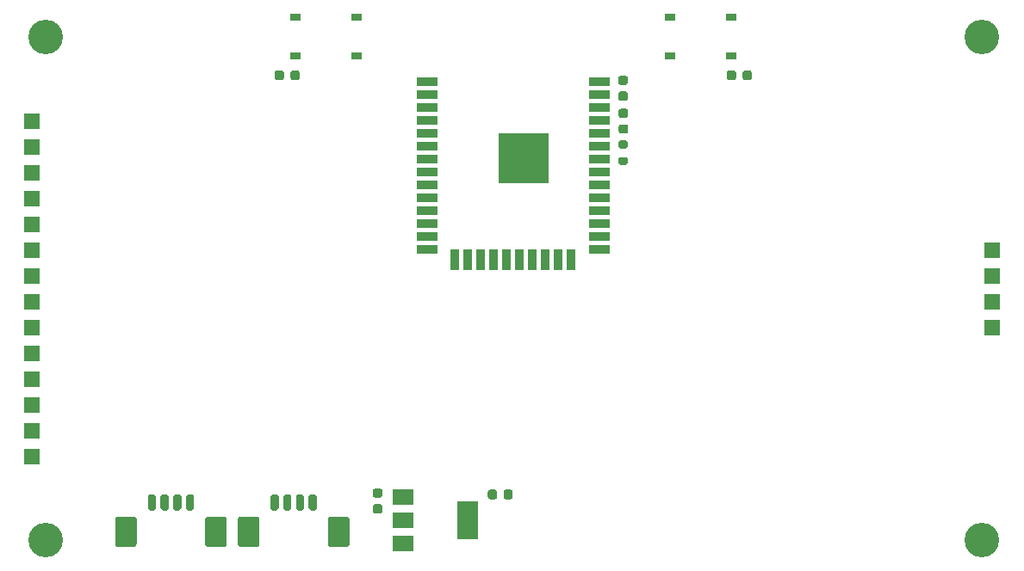
<source format=gbr>
%TF.GenerationSoftware,KiCad,Pcbnew,(5.1.12)-1*%
%TF.CreationDate,2022-08-08T15:47:42+09:00*%
%TF.ProjectId,LCD_module,4c43445f-6d6f-4647-956c-652e6b696361,rev?*%
%TF.SameCoordinates,Original*%
%TF.FileFunction,Soldermask,Bot*%
%TF.FilePolarity,Negative*%
%FSLAX46Y46*%
G04 Gerber Fmt 4.6, Leading zero omitted, Abs format (unit mm)*
G04 Created by KiCad (PCBNEW (5.1.12)-1) date 2022-08-08 15:47:42*
%MOMM*%
%LPD*%
G01*
G04 APERTURE LIST*
%ADD10R,1.000000X0.750000*%
%ADD11R,5.000000X5.000000*%
%ADD12R,2.000000X0.900000*%
%ADD13R,0.900000X2.000000*%
%ADD14R,2.000000X3.800000*%
%ADD15R,2.000000X1.500000*%
%ADD16C,3.400000*%
%ADD17R,1.500000X1.500000*%
G04 APERTURE END LIST*
%TO.C,C1*%
G36*
G01*
X138180000Y-106725000D02*
X138680000Y-106725000D01*
G75*
G02*
X138905000Y-106950000I0J-225000D01*
G01*
X138905000Y-107400000D01*
G75*
G02*
X138680000Y-107625000I-225000J0D01*
G01*
X138180000Y-107625000D01*
G75*
G02*
X137955000Y-107400000I0J225000D01*
G01*
X137955000Y-106950000D01*
G75*
G02*
X138180000Y-106725000I225000J0D01*
G01*
G37*
G36*
G01*
X138180000Y-108275000D02*
X138680000Y-108275000D01*
G75*
G02*
X138905000Y-108500000I0J-225000D01*
G01*
X138905000Y-108950000D01*
G75*
G02*
X138680000Y-109175000I-225000J0D01*
G01*
X138180000Y-109175000D01*
G75*
G02*
X137955000Y-108950000I0J225000D01*
G01*
X137955000Y-108500000D01*
G75*
G02*
X138180000Y-108275000I225000J0D01*
G01*
G37*
%TD*%
%TO.C,C2*%
G36*
G01*
X162839999Y-70229999D02*
X162339999Y-70229999D01*
G75*
G02*
X162114999Y-70004999I0J225000D01*
G01*
X162114999Y-69554999D01*
G75*
G02*
X162339999Y-69329999I225000J0D01*
G01*
X162839999Y-69329999D01*
G75*
G02*
X163064999Y-69554999I0J-225000D01*
G01*
X163064999Y-70004999D01*
G75*
G02*
X162839999Y-70229999I-225000J0D01*
G01*
G37*
G36*
G01*
X162839999Y-71779999D02*
X162339999Y-71779999D01*
G75*
G02*
X162114999Y-71554999I0J225000D01*
G01*
X162114999Y-71104999D01*
G75*
G02*
X162339999Y-70879999I225000J0D01*
G01*
X162839999Y-70879999D01*
G75*
G02*
X163064999Y-71104999I0J-225000D01*
G01*
X163064999Y-71554999D01*
G75*
G02*
X162839999Y-71779999I-225000J0D01*
G01*
G37*
%TD*%
%TO.C,C3*%
G36*
G01*
X162810000Y-68535000D02*
X162310000Y-68535000D01*
G75*
G02*
X162085000Y-68310000I0J225000D01*
G01*
X162085000Y-67860000D01*
G75*
G02*
X162310000Y-67635000I225000J0D01*
G01*
X162810000Y-67635000D01*
G75*
G02*
X163035000Y-67860000I0J-225000D01*
G01*
X163035000Y-68310000D01*
G75*
G02*
X162810000Y-68535000I-225000J0D01*
G01*
G37*
G36*
G01*
X162810000Y-66985000D02*
X162310000Y-66985000D01*
G75*
G02*
X162085000Y-66760000I0J225000D01*
G01*
X162085000Y-66310000D01*
G75*
G02*
X162310000Y-66085000I225000J0D01*
G01*
X162810000Y-66085000D01*
G75*
G02*
X163035000Y-66310000I0J-225000D01*
G01*
X163035000Y-66760000D01*
G75*
G02*
X162810000Y-66985000I-225000J0D01*
G01*
G37*
%TD*%
%TO.C,C4*%
G36*
G01*
X150820000Y-107565000D02*
X150820000Y-107065000D01*
G75*
G02*
X151045000Y-106840000I225000J0D01*
G01*
X151495000Y-106840000D01*
G75*
G02*
X151720000Y-107065000I0J-225000D01*
G01*
X151720000Y-107565000D01*
G75*
G02*
X151495000Y-107790000I-225000J0D01*
G01*
X151045000Y-107790000D01*
G75*
G02*
X150820000Y-107565000I0J225000D01*
G01*
G37*
G36*
G01*
X149270000Y-107565000D02*
X149270000Y-107065000D01*
G75*
G02*
X149495000Y-106840000I225000J0D01*
G01*
X149945000Y-106840000D01*
G75*
G02*
X150170000Y-107065000I0J-225000D01*
G01*
X150170000Y-107565000D01*
G75*
G02*
X149945000Y-107790000I-225000J0D01*
G01*
X149495000Y-107790000D01*
G75*
G02*
X149270000Y-107565000I0J225000D01*
G01*
G37*
%TD*%
%TO.C,C5*%
G36*
G01*
X129215000Y-65790000D02*
X129215000Y-66290000D01*
G75*
G02*
X128990000Y-66515000I-225000J0D01*
G01*
X128540000Y-66515000D01*
G75*
G02*
X128315000Y-66290000I0J225000D01*
G01*
X128315000Y-65790000D01*
G75*
G02*
X128540000Y-65565000I225000J0D01*
G01*
X128990000Y-65565000D01*
G75*
G02*
X129215000Y-65790000I0J-225000D01*
G01*
G37*
G36*
G01*
X130765000Y-65790000D02*
X130765000Y-66290000D01*
G75*
G02*
X130540000Y-66515000I-225000J0D01*
G01*
X130090000Y-66515000D01*
G75*
G02*
X129865000Y-66290000I0J225000D01*
G01*
X129865000Y-65790000D01*
G75*
G02*
X130090000Y-65565000I225000J0D01*
G01*
X130540000Y-65565000D01*
G75*
G02*
X130765000Y-65790000I0J-225000D01*
G01*
G37*
%TD*%
%TO.C,C6*%
G36*
G01*
X172765000Y-66290000D02*
X172765000Y-65790000D01*
G75*
G02*
X172990000Y-65565000I225000J0D01*
G01*
X173440000Y-65565000D01*
G75*
G02*
X173665000Y-65790000I0J-225000D01*
G01*
X173665000Y-66290000D01*
G75*
G02*
X173440000Y-66515000I-225000J0D01*
G01*
X172990000Y-66515000D01*
G75*
G02*
X172765000Y-66290000I0J225000D01*
G01*
G37*
G36*
G01*
X174315000Y-66290000D02*
X174315000Y-65790000D01*
G75*
G02*
X174540000Y-65565000I225000J0D01*
G01*
X174990000Y-65565000D01*
G75*
G02*
X175215000Y-65790000I0J-225000D01*
G01*
X175215000Y-66290000D01*
G75*
G02*
X174990000Y-66515000I-225000J0D01*
G01*
X174540000Y-66515000D01*
G75*
G02*
X174315000Y-66290000I0J225000D01*
G01*
G37*
%TD*%
%TO.C,J1*%
G36*
G01*
X114735000Y-109740000D02*
X114735000Y-112240000D01*
G75*
G02*
X114485000Y-112490000I-250000J0D01*
G01*
X112885000Y-112490000D01*
G75*
G02*
X112635000Y-112240000I0J250000D01*
G01*
X112635000Y-109740000D01*
G75*
G02*
X112885000Y-109490000I250000J0D01*
G01*
X114485000Y-109490000D01*
G75*
G02*
X114735000Y-109740000I0J-250000D01*
G01*
G37*
G36*
G01*
X123585000Y-109740000D02*
X123585000Y-112240000D01*
G75*
G02*
X123335000Y-112490000I-250000J0D01*
G01*
X121735000Y-112490000D01*
G75*
G02*
X121485000Y-112240000I0J250000D01*
G01*
X121485000Y-109740000D01*
G75*
G02*
X121735000Y-109490000I250000J0D01*
G01*
X123335000Y-109490000D01*
G75*
G02*
X123585000Y-109740000I0J-250000D01*
G01*
G37*
G36*
G01*
X116635000Y-107490000D02*
X116635000Y-108690000D01*
G75*
G02*
X116435000Y-108890000I-200000J0D01*
G01*
X116035000Y-108890000D01*
G75*
G02*
X115835000Y-108690000I0J200000D01*
G01*
X115835000Y-107490000D01*
G75*
G02*
X116035000Y-107290000I200000J0D01*
G01*
X116435000Y-107290000D01*
G75*
G02*
X116635000Y-107490000I0J-200000D01*
G01*
G37*
G36*
G01*
X117885000Y-107490000D02*
X117885000Y-108690000D01*
G75*
G02*
X117685000Y-108890000I-200000J0D01*
G01*
X117285000Y-108890000D01*
G75*
G02*
X117085000Y-108690000I0J200000D01*
G01*
X117085000Y-107490000D01*
G75*
G02*
X117285000Y-107290000I200000J0D01*
G01*
X117685000Y-107290000D01*
G75*
G02*
X117885000Y-107490000I0J-200000D01*
G01*
G37*
G36*
G01*
X119135000Y-107490000D02*
X119135000Y-108690000D01*
G75*
G02*
X118935000Y-108890000I-200000J0D01*
G01*
X118535000Y-108890000D01*
G75*
G02*
X118335000Y-108690000I0J200000D01*
G01*
X118335000Y-107490000D01*
G75*
G02*
X118535000Y-107290000I200000J0D01*
G01*
X118935000Y-107290000D01*
G75*
G02*
X119135000Y-107490000I0J-200000D01*
G01*
G37*
G36*
G01*
X120385000Y-107490000D02*
X120385000Y-108690000D01*
G75*
G02*
X120185000Y-108890000I-200000J0D01*
G01*
X119785000Y-108890000D01*
G75*
G02*
X119585000Y-108690000I0J200000D01*
G01*
X119585000Y-107490000D01*
G75*
G02*
X119785000Y-107290000I200000J0D01*
G01*
X120185000Y-107290000D01*
G75*
G02*
X120385000Y-107490000I0J-200000D01*
G01*
G37*
%TD*%
%TO.C,J2*%
G36*
G01*
X132450000Y-107490000D02*
X132450000Y-108690000D01*
G75*
G02*
X132250000Y-108890000I-200000J0D01*
G01*
X131850000Y-108890000D01*
G75*
G02*
X131650000Y-108690000I0J200000D01*
G01*
X131650000Y-107490000D01*
G75*
G02*
X131850000Y-107290000I200000J0D01*
G01*
X132250000Y-107290000D01*
G75*
G02*
X132450000Y-107490000I0J-200000D01*
G01*
G37*
G36*
G01*
X131200000Y-107490000D02*
X131200000Y-108690000D01*
G75*
G02*
X131000000Y-108890000I-200000J0D01*
G01*
X130600000Y-108890000D01*
G75*
G02*
X130400000Y-108690000I0J200000D01*
G01*
X130400000Y-107490000D01*
G75*
G02*
X130600000Y-107290000I200000J0D01*
G01*
X131000000Y-107290000D01*
G75*
G02*
X131200000Y-107490000I0J-200000D01*
G01*
G37*
G36*
G01*
X129950000Y-107490000D02*
X129950000Y-108690000D01*
G75*
G02*
X129750000Y-108890000I-200000J0D01*
G01*
X129350000Y-108890000D01*
G75*
G02*
X129150000Y-108690000I0J200000D01*
G01*
X129150000Y-107490000D01*
G75*
G02*
X129350000Y-107290000I200000J0D01*
G01*
X129750000Y-107290000D01*
G75*
G02*
X129950000Y-107490000I0J-200000D01*
G01*
G37*
G36*
G01*
X128700000Y-107490000D02*
X128700000Y-108690000D01*
G75*
G02*
X128500000Y-108890000I-200000J0D01*
G01*
X128100000Y-108890000D01*
G75*
G02*
X127900000Y-108690000I0J200000D01*
G01*
X127900000Y-107490000D01*
G75*
G02*
X128100000Y-107290000I200000J0D01*
G01*
X128500000Y-107290000D01*
G75*
G02*
X128700000Y-107490000I0J-200000D01*
G01*
G37*
G36*
G01*
X135650000Y-109740000D02*
X135650000Y-112240000D01*
G75*
G02*
X135400000Y-112490000I-250000J0D01*
G01*
X133800000Y-112490000D01*
G75*
G02*
X133550000Y-112240000I0J250000D01*
G01*
X133550000Y-109740000D01*
G75*
G02*
X133800000Y-109490000I250000J0D01*
G01*
X135400000Y-109490000D01*
G75*
G02*
X135650000Y-109740000I0J-250000D01*
G01*
G37*
G36*
G01*
X126800000Y-109740000D02*
X126800000Y-112240000D01*
G75*
G02*
X126550000Y-112490000I-250000J0D01*
G01*
X124950000Y-112490000D01*
G75*
G02*
X124700000Y-112240000I0J250000D01*
G01*
X124700000Y-109740000D01*
G75*
G02*
X124950000Y-109490000I250000J0D01*
G01*
X126550000Y-109490000D01*
G75*
G02*
X126800000Y-109740000I0J-250000D01*
G01*
G37*
%TD*%
%TO.C,R1*%
G36*
G01*
X162835000Y-74885000D02*
X162285000Y-74885000D01*
G75*
G02*
X162085000Y-74685000I0J200000D01*
G01*
X162085000Y-74285000D01*
G75*
G02*
X162285000Y-74085000I200000J0D01*
G01*
X162835000Y-74085000D01*
G75*
G02*
X163035000Y-74285000I0J-200000D01*
G01*
X163035000Y-74685000D01*
G75*
G02*
X162835000Y-74885000I-200000J0D01*
G01*
G37*
G36*
G01*
X162835000Y-73235000D02*
X162285000Y-73235000D01*
G75*
G02*
X162085000Y-73035000I0J200000D01*
G01*
X162085000Y-72635000D01*
G75*
G02*
X162285000Y-72435000I200000J0D01*
G01*
X162835000Y-72435000D01*
G75*
G02*
X163035000Y-72635000I0J-200000D01*
G01*
X163035000Y-73035000D01*
G75*
G02*
X162835000Y-73235000I-200000J0D01*
G01*
G37*
%TD*%
D10*
%TO.C,S1*%
X136350000Y-60355000D03*
X130350000Y-60355000D03*
X136350000Y-64105000D03*
X130350000Y-64105000D03*
%TD*%
%TO.C,S2*%
X167180000Y-64105000D03*
X173180000Y-64105000D03*
X167180000Y-60355000D03*
X173180000Y-60355000D03*
%TD*%
D11*
%TO.C,U1*%
X152765000Y-74175000D03*
D12*
X160265000Y-66675000D03*
X160265000Y-67945000D03*
X160265000Y-69215000D03*
X160265000Y-70485000D03*
X160265000Y-71755000D03*
X160265000Y-73025000D03*
X160265000Y-74295000D03*
X160265000Y-75565000D03*
X160265000Y-76835000D03*
X160265000Y-78105000D03*
X160265000Y-79375000D03*
X160265000Y-80645000D03*
X160265000Y-81915000D03*
X160265000Y-83185000D03*
D13*
X157480000Y-84185000D03*
X156210000Y-84185000D03*
X154940000Y-84185000D03*
X153670000Y-84185000D03*
X152400000Y-84185000D03*
X151130000Y-84185000D03*
X149860000Y-84185000D03*
X148590000Y-84185000D03*
X147320000Y-84185000D03*
X146050000Y-84185000D03*
D12*
X143265000Y-83185000D03*
X143265000Y-81915000D03*
X143265000Y-80645000D03*
X143265000Y-79375000D03*
X143265000Y-78105000D03*
X143265000Y-76835000D03*
X143265000Y-75565000D03*
X143265000Y-74295000D03*
X143265000Y-73025000D03*
X143265000Y-71755000D03*
X143265000Y-70485000D03*
X143265000Y-69215000D03*
X143265000Y-67945000D03*
X143265000Y-66675000D03*
%TD*%
D14*
%TO.C,U2*%
X147270000Y-109855000D03*
D15*
X140970000Y-109855000D03*
X140970000Y-107555000D03*
X140970000Y-112155000D03*
%TD*%
D16*
%TO.C,U3*%
X105825001Y-62305001D03*
X105825001Y-111805001D03*
X197825001Y-111805001D03*
X197825001Y-62305001D03*
D17*
X104454001Y-70545001D03*
X104454001Y-73085001D03*
X104454001Y-75625001D03*
X104454001Y-78165001D03*
X104454001Y-80705001D03*
X104454001Y-83245001D03*
X104454001Y-85785001D03*
X104454001Y-88325001D03*
X104454001Y-90865001D03*
X104454001Y-93405001D03*
X104454001Y-95945001D03*
X104454001Y-98485001D03*
X104454001Y-101025001D03*
X104454001Y-103565001D03*
X198815001Y-83245001D03*
X198815001Y-85785001D03*
X198815001Y-88325001D03*
X198815001Y-90865001D03*
%TD*%
M02*

</source>
